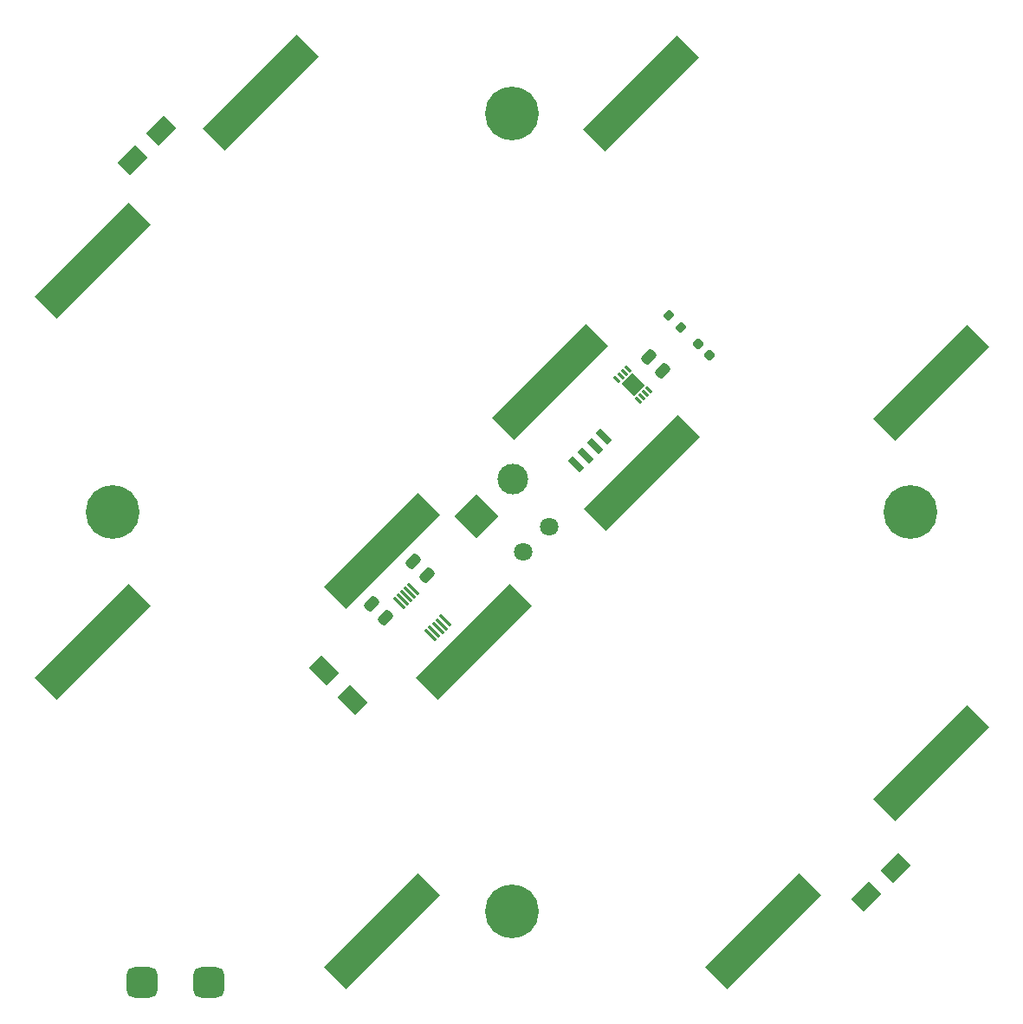
<source format=gbr>
%TF.GenerationSoftware,KiCad,Pcbnew,(6.0.9)*%
%TF.CreationDate,2023-03-27T23:12:45-07:00*%
%TF.ProjectId,solar-panel-side-Z,736f6c61-722d-4706-916e-656c2d736964,3.1*%
%TF.SameCoordinates,Original*%
%TF.FileFunction,Soldermask,Top*%
%TF.FilePolarity,Negative*%
%FSLAX46Y46*%
G04 Gerber Fmt 4.6, Leading zero omitted, Abs format (unit mm)*
G04 Created by KiCad (PCBNEW (6.0.9)) date 2023-03-27 23:12:45*
%MOMM*%
%LPD*%
G01*
G04 APERTURE LIST*
G04 Aperture macros list*
%AMRoundRect*
0 Rectangle with rounded corners*
0 $1 Rounding radius*
0 $2 $3 $4 $5 $6 $7 $8 $9 X,Y pos of 4 corners*
0 Add a 4 corners polygon primitive as box body*
4,1,4,$2,$3,$4,$5,$6,$7,$8,$9,$2,$3,0*
0 Add four circle primitives for the rounded corners*
1,1,$1+$1,$2,$3*
1,1,$1+$1,$4,$5*
1,1,$1+$1,$6,$7*
1,1,$1+$1,$8,$9*
0 Add four rect primitives between the rounded corners*
20,1,$1+$1,$2,$3,$4,$5,0*
20,1,$1+$1,$4,$5,$6,$7,0*
20,1,$1+$1,$6,$7,$8,$9,0*
20,1,$1+$1,$8,$9,$2,$3,0*%
%AMRotRect*
0 Rectangle, with rotation*
0 The origin of the aperture is its center*
0 $1 length*
0 $2 width*
0 $3 Rotation angle, in degrees counterclockwise*
0 Add horizontal line*
21,1,$1,$2,0,0,$3*%
G04 Aperture macros list end*
%ADD10C,5.250000*%
%ADD11RotRect,2.500000X1.700000X45.000000*%
%ADD12RoundRect,0.750000X0.750000X-0.750000X0.750000X0.750000X-0.750000X0.750000X-0.750000X-0.750000X0*%
%ADD13RoundRect,0.218750X0.335876X0.026517X0.026517X0.335876X-0.335876X-0.026517X-0.026517X-0.335876X0*%
%ADD14RoundRect,0.250000X0.512652X0.159099X0.159099X0.512652X-0.512652X-0.159099X-0.159099X-0.512652X0*%
%ADD15RotRect,0.300000X0.750000X225.000000*%
%ADD16RotRect,0.300000X0.750000X45.000000*%
%ADD17RotRect,1.450000X1.750000X225.000000*%
%ADD18RotRect,13.000000X3.000000X45.000000*%
%ADD19RoundRect,0.200000X-0.335876X-0.053033X-0.053033X-0.335876X0.335876X0.053033X0.053033X0.335876X0*%
%ADD20RoundRect,0.075000X-0.512652X0.406586X0.406586X-0.512652X0.512652X-0.406586X-0.406586X0.512652X0*%
%ADD21RotRect,2.500000X1.700000X135.000000*%
%ADD22RotRect,1.600000X0.700000X135.000000*%
%ADD23RotRect,13.000000X3.000000X225.000000*%
%ADD24C,1.800000*%
%ADD25RotRect,3.000000X3.000000X45.000000*%
%ADD26C,3.000000*%
G04 APERTURE END LIST*
D10*
%TO.C,J4*%
X110500000Y-85000000D03*
%TD*%
%TO.C,J5*%
X149500000Y-124000000D03*
%TD*%
%TO.C,J6*%
X149500000Y-46000000D03*
%TD*%
%TO.C,J7*%
X188500000Y-85000000D03*
%TD*%
D11*
%TO.C,D3*%
X112421572Y-50578428D03*
X115250000Y-47750000D03*
%TD*%
D12*
%TO.C,TP1*%
X113410000Y-130950000D03*
%TD*%
D13*
%TO.C,D5*%
X168840000Y-69680000D03*
X167726306Y-68566306D03*
%TD*%
D14*
%TO.C,C3*%
X141201700Y-91147870D03*
X139858198Y-89804368D03*
%TD*%
D15*
%TO.C,U3*%
X160865025Y-70964365D03*
X160511472Y-71317918D03*
X160157918Y-71671472D03*
X159804365Y-72025025D03*
D16*
X161854975Y-74075635D03*
X162208528Y-73722082D03*
X162562082Y-73368528D03*
X162915635Y-73014975D03*
D17*
X161360000Y-72520000D03*
%TD*%
D18*
%TO.C,SC5*%
X108537864Y-97657864D03*
X136822136Y-125942136D03*
%TD*%
D12*
%TO.C,TP2*%
X119890000Y-130920000D03*
%TD*%
D18*
%TO.C,SC3*%
X125000000Y-43980000D03*
X153284272Y-72264272D03*
%TD*%
D19*
%TO.C,R1*%
X164836005Y-65732575D03*
X166002731Y-66899301D03*
%TD*%
D14*
%TO.C,C2*%
X137128765Y-95263232D03*
X135785263Y-93919730D03*
%TD*%
D20*
%TO.C,U2*%
X139893554Y-92470160D03*
X139540000Y-92823714D03*
X139186447Y-93177267D03*
X138832894Y-93530820D03*
X138479340Y-93884374D03*
X141590610Y-96995644D03*
X141944164Y-96642090D03*
X142297717Y-96288537D03*
X142651270Y-95934984D03*
X143004824Y-95581430D03*
%TD*%
D21*
%TO.C,D4*%
X133978428Y-103318428D03*
X131150000Y-100490000D03*
%TD*%
D14*
%TO.C,C1*%
X164240000Y-71195441D03*
X162896498Y-69851939D03*
%TD*%
D22*
%TO.C,U1*%
X155819358Y-80333435D03*
X156717383Y-79435409D03*
X157615409Y-78537383D03*
X158513435Y-77639358D03*
%TD*%
D23*
%TO.C,SC4*%
X136824272Y-88734272D03*
X108540000Y-60450000D03*
%TD*%
D18*
%TO.C,SC6*%
X145755728Y-97665728D03*
X174040000Y-125950000D03*
%TD*%
D23*
%TO.C,SC45*%
X190462136Y-72342136D03*
X162177864Y-44057864D03*
%TD*%
D11*
%TO.C,D2*%
X184161572Y-122588428D03*
X186990000Y-119760000D03*
%TD*%
D23*
%TO.C,SC1*%
X190480000Y-109480000D03*
X162195728Y-81195728D03*
%TD*%
D24*
%TO.C,J2*%
X153121371Y-86416497D03*
X150646497Y-88891371D03*
%TD*%
D25*
%TO.C,J3*%
X146020000Y-85360000D03*
D26*
X149612102Y-81767898D03*
%TD*%
M02*

</source>
